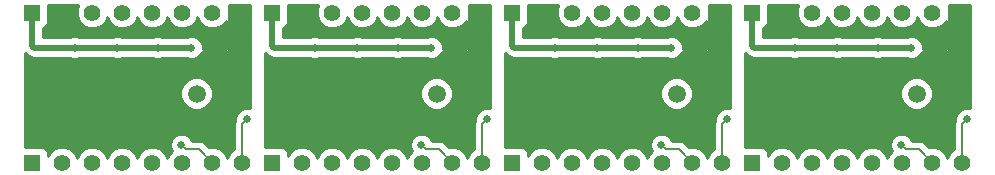
<source format=gbl>
G75*
G70*
%OFA0B0*%
%FSLAX25Y25*%
%IPPOS*%
%LPD*%
%AMOC8*
5,1,8,0,0,1.08239X$1,22.5*
%
%ADD10C,0.05500*%
%ADD11R,0.05500X0.05500*%
%ADD13C,0.01900*%
%ADD14C,0.00600*%
%ADD20C,0.01000*%
%ADD25R,0.05710X0.05910*%
%ADD30C,0.05910*%
%ADD34C,0.02500*%
X0010000Y0010000D02*
G01*
D14*
D11*
X0015000Y0065000D03*
D10*
X0025000Y0065000D03*
X0035000Y0065000D03*
X0045000Y0065000D03*
X0055000Y0065000D03*
X0065000Y0065000D03*
X0075000Y0065000D03*
X0085000Y0065000D03*
D11*
X0015000Y0015000D03*
D10*
X0025000Y0015000D03*
X0035000Y0015000D03*
X0045000Y0015000D03*
X0055000Y0015000D03*
X0065000Y0015000D03*
X0075000Y0015000D03*
X0085000Y0015000D03*
D25*
X0055710Y0034040D03*
X0050000Y0034040D03*
X0044290Y0034040D03*
X0044290Y0039950D03*
X0050000Y0039950D03*
X0055710Y0039950D03*
D30*
X0069750Y0038000D03*
D34*
X0086400Y0029400D03*
X0064700Y0020900D03*
X0056800Y0053300D03*
X0029100Y0053300D03*
X0043300Y0053300D03*
X0068000Y0053300D03*
X0080700Y0045200D03*
X0068000Y0058000D03*
D14*
X0086400Y0029400D02*
X0085000Y0028000D01*
X0085000Y0015000D02*
X0085000Y0028000D01*
X0070500Y0019500D02*
X0075000Y0015000D01*
X0066100Y0019500D02*
X0070500Y0019500D01*
X0064700Y0020900D02*
X0066100Y0019500D01*
D13*
X0020800Y0053300D02*
X0015700Y0053300D01*
X0056800Y0053300D02*
X0068000Y0053300D01*
X0043300Y0053300D02*
X0043300Y0053300D01*
X0031300Y0053300D02*
X0029100Y0053300D01*
X0015700Y0053300D02*
X0015000Y0054000D01*
X0029100Y0053300D02*
X0020800Y0053300D01*
X0043300Y0053300D02*
X0031300Y0053300D01*
X0029100Y0053300D02*
X0029100Y0053300D01*
X0015000Y0054000D02*
X0015000Y0065000D01*
X0043300Y0053300D02*
X0056700Y0053300D01*
X0015000Y0062500D02*
X0015000Y0065000D01*
X0056700Y0053300D02*
X0056800Y0053300D01*
D14*
G36*
X0087400Y0033050D02*
X0087150Y0033150D01*
X0085660Y0033150D01*
X0084280Y0032580D01*
X0083230Y0031530D01*
X0082650Y0030150D01*
X0082650Y0029430D01*
X0082410Y0029070D01*
X0082200Y0028000D01*
X0082200Y0019530D01*
X0082030Y0019450D01*
X0080550Y0017980D01*
X0079990Y0016650D01*
X0079450Y0017970D01*
X0077980Y0019450D01*
X0076050Y0020250D01*
X0075190Y0020250D01*
X0075190Y0036920D01*
X0075190Y0039080D01*
X0074360Y0041080D01*
X0072830Y0042610D01*
X0070830Y0043440D01*
X0068670Y0043440D01*
X0066670Y0042610D01*
X0065140Y0041080D01*
X0064310Y0039080D01*
X0064310Y0036920D01*
X0065140Y0034920D01*
X0066670Y0033390D01*
X0068670Y0032560D01*
X0070830Y0032560D01*
X0072830Y0033390D01*
X0074360Y0034920D01*
X0075190Y0036920D01*
X0075190Y0020250D01*
X0073960Y0020250D01*
X0073780Y0020180D01*
X0072480Y0021480D01*
X0071570Y0022090D01*
X0070500Y0022300D01*
X0068170Y0022300D01*
X0067880Y0023020D01*
X0066830Y0024070D01*
X0065450Y0024650D01*
X0063960Y0024650D01*
X0062580Y0024080D01*
X0061530Y0023030D01*
X0060950Y0021650D01*
X0060950Y0020160D01*
X0061470Y0018900D01*
X0060550Y0017980D01*
X0059990Y0016650D01*
X0059450Y0017970D01*
X0057980Y0019450D01*
X0056050Y0020250D01*
X0053960Y0020250D01*
X0052030Y0019450D01*
X0050550Y0017980D01*
X0049990Y0016650D01*
X0049450Y0017970D01*
X0047980Y0019450D01*
X0046050Y0020250D01*
X0043960Y0020250D01*
X0042030Y0019450D01*
X0040550Y0017980D01*
X0039990Y0016650D01*
X0039450Y0017970D01*
X0037980Y0019450D01*
X0036050Y0020250D01*
X0033960Y0020250D01*
X0032030Y0019450D01*
X0030550Y0017980D01*
X0029990Y0016650D01*
X0029450Y0017970D01*
X0027980Y0019450D01*
X0026050Y0020250D01*
X0023960Y0020250D01*
X0022030Y0019450D01*
X0020550Y0017980D01*
X0020240Y0017240D01*
X0020240Y0018240D01*
X0019860Y0019160D01*
X0019160Y0019860D01*
X0018250Y0020240D01*
X0017260Y0020240D01*
X0012600Y0020240D01*
X0012600Y0051520D01*
X0013250Y0050870D01*
X0013260Y0050860D01*
X0014370Y0050120D01*
X0014380Y0050110D01*
X0015690Y0049860D01*
X0015700Y0049850D01*
X0020800Y0049850D01*
X0027630Y0049850D01*
X0028350Y0049550D01*
X0029840Y0049550D01*
X0030560Y0049850D01*
X0031300Y0049850D01*
X0041830Y0049850D01*
X0042550Y0049550D01*
X0044040Y0049550D01*
X0044760Y0049850D01*
X0055330Y0049850D01*
X0056050Y0049550D01*
X0057540Y0049550D01*
X0058260Y0049850D01*
X0066530Y0049850D01*
X0067250Y0049550D01*
X0068740Y0049550D01*
X0070120Y0050120D01*
X0071170Y0051170D01*
X0071510Y0052000D01*
X0080500Y0052000D01*
X0080500Y0067400D01*
X0087400Y0067400D01*
X0087400Y0033050D01*
X0087400Y0033050D01*
G37*
D20*
X0087400Y0033050D02*
X0087150Y0033150D01*
X0085660Y0033150D01*
X0084280Y0032580D01*
X0083230Y0031530D01*
X0082650Y0030150D01*
X0082650Y0029430D01*
X0082410Y0029070D01*
X0082200Y0028000D01*
X0082200Y0019530D01*
X0082030Y0019450D01*
X0080550Y0017980D01*
X0079990Y0016650D01*
X0079450Y0017970D01*
X0077980Y0019450D01*
X0076050Y0020250D01*
X0075190Y0020250D01*
X0075190Y0036920D01*
X0075190Y0039080D01*
X0074360Y0041080D01*
X0072830Y0042610D01*
X0070830Y0043440D01*
X0068670Y0043440D01*
X0066670Y0042610D01*
X0065140Y0041080D01*
X0064310Y0039080D01*
X0064310Y0036920D01*
X0065140Y0034920D01*
X0066670Y0033390D01*
X0068670Y0032560D01*
X0070830Y0032560D01*
X0072830Y0033390D01*
X0074360Y0034920D01*
X0075190Y0036920D01*
X0075190Y0020250D01*
X0073960Y0020250D01*
X0073780Y0020180D01*
X0072480Y0021480D01*
X0071570Y0022090D01*
X0070500Y0022300D01*
X0068170Y0022300D01*
X0067880Y0023020D01*
X0066830Y0024070D01*
X0065450Y0024650D01*
X0063960Y0024650D01*
X0062580Y0024080D01*
X0061530Y0023030D01*
X0060950Y0021650D01*
X0060950Y0020160D01*
X0061470Y0018900D01*
X0060550Y0017980D01*
X0059990Y0016650D01*
X0059450Y0017970D01*
X0057980Y0019450D01*
X0056050Y0020250D01*
X0053960Y0020250D01*
X0052030Y0019450D01*
X0050550Y0017980D01*
X0049990Y0016650D01*
X0049450Y0017970D01*
X0047980Y0019450D01*
X0046050Y0020250D01*
X0043960Y0020250D01*
X0042030Y0019450D01*
X0040550Y0017980D01*
X0039990Y0016650D01*
X0039450Y0017970D01*
X0037980Y0019450D01*
X0036050Y0020250D01*
X0033960Y0020250D01*
X0032030Y0019450D01*
X0030550Y0017980D01*
X0029990Y0016650D01*
X0029450Y0017970D01*
X0027980Y0019450D01*
X0026050Y0020250D01*
X0023960Y0020250D01*
X0022030Y0019450D01*
X0020550Y0017980D01*
X0020240Y0017240D01*
X0020240Y0018240D01*
X0019860Y0019160D01*
X0019160Y0019860D01*
X0018250Y0020240D01*
X0017260Y0020240D01*
X0012600Y0020240D01*
X0012600Y0051520D01*
X0013250Y0050870D01*
X0013260Y0050860D01*
X0014370Y0050120D01*
X0014380Y0050110D01*
X0015690Y0049860D01*
X0015700Y0049850D01*
X0020800Y0049850D01*
X0027630Y0049850D01*
X0028350Y0049550D01*
X0029840Y0049550D01*
X0030560Y0049850D01*
X0031300Y0049850D01*
X0041830Y0049850D01*
X0042550Y0049550D01*
X0044040Y0049550D01*
X0044760Y0049850D01*
X0055330Y0049850D01*
X0056050Y0049550D01*
X0057540Y0049550D01*
X0058260Y0049850D01*
X0066530Y0049850D01*
X0067250Y0049550D01*
X0068740Y0049550D01*
X0070120Y0050120D01*
X0071170Y0051170D01*
X0071510Y0052000D01*
X0080500Y0052000D01*
X0080500Y0067400D01*
X0087400Y0067400D01*
X0087400Y0033050D01*
D14*
G36*
X0079500Y0053000D02*
X0071750Y0053000D01*
X0071750Y0054040D01*
X0071180Y0055420D01*
X0070130Y0056470D01*
X0068750Y0057050D01*
X0067260Y0057050D01*
X0066530Y0056750D01*
X0058260Y0056750D01*
X0057550Y0057050D01*
X0056060Y0057050D01*
X0055330Y0056750D01*
X0044760Y0056750D01*
X0044050Y0057050D01*
X0042560Y0057050D01*
X0041830Y0056750D01*
X0031300Y0056750D01*
X0030560Y0056750D01*
X0029850Y0057050D01*
X0028360Y0057050D01*
X0027630Y0056750D01*
X0020800Y0056750D01*
X0018450Y0056750D01*
X0018450Y0059850D01*
X0019160Y0060140D01*
X0019860Y0060840D01*
X0020240Y0061750D01*
X0020240Y0062740D01*
X0020240Y0067400D01*
X0030300Y0067400D01*
X0029750Y0066050D01*
X0029750Y0063960D01*
X0030550Y0062030D01*
X0032020Y0060550D01*
X0033950Y0059750D01*
X0036040Y0059750D01*
X0037970Y0060550D01*
X0039450Y0062020D01*
X0040000Y0063360D01*
X0040550Y0062030D01*
X0042020Y0060550D01*
X0043950Y0059750D01*
X0046040Y0059750D01*
X0047970Y0060550D01*
X0049450Y0062020D01*
X0050000Y0063360D01*
X0050550Y0062030D01*
X0052020Y0060550D01*
X0053950Y0059750D01*
X0056040Y0059750D01*
X0057970Y0060550D01*
X0059450Y0062020D01*
X0060000Y0063360D01*
X0060550Y0062030D01*
X0062020Y0060550D01*
X0063950Y0059750D01*
X0066040Y0059750D01*
X0067970Y0060550D01*
X0069450Y0062020D01*
X0070000Y0063360D01*
X0070550Y0062030D01*
X0072020Y0060550D01*
X0073950Y0059750D01*
X0076040Y0059750D01*
X0077970Y0060550D01*
X0079450Y0062020D01*
X0079500Y0062150D01*
X0079500Y0053000D01*
X0079500Y0053000D01*
G37*
D20*
X0079500Y0053000D02*
X0071750Y0053000D01*
X0071750Y0054040D01*
X0071180Y0055420D01*
X0070130Y0056470D01*
X0068750Y0057050D01*
X0067260Y0057050D01*
X0066530Y0056750D01*
X0058260Y0056750D01*
X0057550Y0057050D01*
X0056060Y0057050D01*
X0055330Y0056750D01*
X0044760Y0056750D01*
X0044050Y0057050D01*
X0042560Y0057050D01*
X0041830Y0056750D01*
X0031300Y0056750D01*
X0030560Y0056750D01*
X0029850Y0057050D01*
X0028360Y0057050D01*
X0027630Y0056750D01*
X0020800Y0056750D01*
X0018450Y0056750D01*
X0018450Y0059850D01*
X0019160Y0060140D01*
X0019860Y0060840D01*
X0020240Y0061750D01*
X0020240Y0062740D01*
X0020240Y0067400D01*
X0030300Y0067400D01*
X0029750Y0066050D01*
X0029750Y0063960D01*
X0030550Y0062030D01*
X0032020Y0060550D01*
X0033950Y0059750D01*
X0036040Y0059750D01*
X0037970Y0060550D01*
X0039450Y0062020D01*
X0040000Y0063360D01*
X0040550Y0062030D01*
X0042020Y0060550D01*
X0043950Y0059750D01*
X0046040Y0059750D01*
X0047970Y0060550D01*
X0049450Y0062020D01*
X0050000Y0063360D01*
X0050550Y0062030D01*
X0052020Y0060550D01*
X0053950Y0059750D01*
X0056040Y0059750D01*
X0057970Y0060550D01*
X0059450Y0062020D01*
X0060000Y0063360D01*
X0060550Y0062030D01*
X0062020Y0060550D01*
X0063950Y0059750D01*
X0066040Y0059750D01*
X0067970Y0060550D01*
X0069450Y0062020D01*
X0070000Y0063360D01*
X0070550Y0062030D01*
X0072020Y0060550D01*
X0073950Y0059750D01*
X0076040Y0059750D01*
X0077970Y0060550D01*
X0079450Y0062020D01*
X0079500Y0062150D01*
X0079500Y0053000D01*
X0090000Y0010000D02*
G01*
D14*
D11*
X0095000Y0065000D03*
D10*
X0105000Y0065000D03*
X0115000Y0065000D03*
X0125000Y0065000D03*
X0135000Y0065000D03*
X0145000Y0065000D03*
X0155000Y0065000D03*
X0165000Y0065000D03*
D11*
X0095000Y0015000D03*
D10*
X0105000Y0015000D03*
X0115000Y0015000D03*
X0125000Y0015000D03*
X0135000Y0015000D03*
X0145000Y0015000D03*
X0155000Y0015000D03*
X0165000Y0015000D03*
D25*
X0135710Y0034040D03*
X0130000Y0034040D03*
X0124290Y0034040D03*
X0124290Y0039950D03*
X0130000Y0039950D03*
X0135710Y0039950D03*
D30*
X0149750Y0038000D03*
D34*
X0166400Y0029400D03*
X0144700Y0020900D03*
X0136800Y0053300D03*
X0109100Y0053300D03*
X0123300Y0053300D03*
X0148000Y0053300D03*
X0160700Y0045200D03*
X0148000Y0058000D03*
D14*
X0166400Y0029400D02*
X0165000Y0028000D01*
X0165000Y0015000D02*
X0165000Y0028000D01*
X0150500Y0019500D02*
X0155000Y0015000D01*
X0146100Y0019500D02*
X0150500Y0019500D01*
X0144700Y0020900D02*
X0146100Y0019500D01*
D13*
X0100800Y0053300D02*
X0095700Y0053300D01*
X0136800Y0053300D02*
X0148000Y0053300D01*
X0123300Y0053300D02*
X0123300Y0053300D01*
X0111300Y0053300D02*
X0109100Y0053300D01*
X0095700Y0053300D02*
X0095000Y0054000D01*
X0109100Y0053300D02*
X0100800Y0053300D01*
X0123300Y0053300D02*
X0111300Y0053300D01*
X0109100Y0053300D02*
X0109100Y0053300D01*
X0095000Y0054000D02*
X0095000Y0065000D01*
X0123300Y0053300D02*
X0136700Y0053300D01*
X0095000Y0062500D02*
X0095000Y0065000D01*
X0136700Y0053300D02*
X0136800Y0053300D01*
D14*
G36*
X0167400Y0033050D02*
X0167150Y0033150D01*
X0165660Y0033150D01*
X0164280Y0032580D01*
X0163230Y0031530D01*
X0162650Y0030150D01*
X0162650Y0029430D01*
X0162410Y0029070D01*
X0162200Y0028000D01*
X0162200Y0019530D01*
X0162030Y0019450D01*
X0160550Y0017980D01*
X0159990Y0016650D01*
X0159450Y0017970D01*
X0157980Y0019450D01*
X0156050Y0020250D01*
X0155190Y0020250D01*
X0155190Y0036920D01*
X0155190Y0039080D01*
X0154360Y0041080D01*
X0152830Y0042610D01*
X0150830Y0043440D01*
X0148670Y0043440D01*
X0146670Y0042610D01*
X0145140Y0041080D01*
X0144310Y0039080D01*
X0144310Y0036920D01*
X0145140Y0034920D01*
X0146670Y0033390D01*
X0148670Y0032560D01*
X0150830Y0032560D01*
X0152830Y0033390D01*
X0154360Y0034920D01*
X0155190Y0036920D01*
X0155190Y0020250D01*
X0153960Y0020250D01*
X0153780Y0020180D01*
X0152480Y0021480D01*
X0151570Y0022090D01*
X0150500Y0022300D01*
X0148170Y0022300D01*
X0147880Y0023020D01*
X0146830Y0024070D01*
X0145450Y0024650D01*
X0143960Y0024650D01*
X0142580Y0024080D01*
X0141530Y0023030D01*
X0140950Y0021650D01*
X0140950Y0020160D01*
X0141470Y0018900D01*
X0140550Y0017980D01*
X0139990Y0016650D01*
X0139450Y0017970D01*
X0137980Y0019450D01*
X0136050Y0020250D01*
X0133960Y0020250D01*
X0132030Y0019450D01*
X0130550Y0017980D01*
X0129990Y0016650D01*
X0129450Y0017970D01*
X0127980Y0019450D01*
X0126050Y0020250D01*
X0123960Y0020250D01*
X0122030Y0019450D01*
X0120550Y0017980D01*
X0119990Y0016650D01*
X0119450Y0017970D01*
X0117980Y0019450D01*
X0116050Y0020250D01*
X0113960Y0020250D01*
X0112030Y0019450D01*
X0110550Y0017980D01*
X0109990Y0016650D01*
X0109450Y0017970D01*
X0107980Y0019450D01*
X0106050Y0020250D01*
X0103960Y0020250D01*
X0102030Y0019450D01*
X0100550Y0017980D01*
X0100240Y0017240D01*
X0100240Y0018240D01*
X0099860Y0019160D01*
X0099160Y0019860D01*
X0098250Y0020240D01*
X0097260Y0020240D01*
X0092600Y0020240D01*
X0092600Y0051520D01*
X0093250Y0050870D01*
X0093260Y0050860D01*
X0094370Y0050120D01*
X0094380Y0050110D01*
X0095690Y0049860D01*
X0095700Y0049850D01*
X0100800Y0049850D01*
X0107630Y0049850D01*
X0108350Y0049550D01*
X0109840Y0049550D01*
X0110560Y0049850D01*
X0111300Y0049850D01*
X0121830Y0049850D01*
X0122550Y0049550D01*
X0124040Y0049550D01*
X0124760Y0049850D01*
X0135330Y0049850D01*
X0136050Y0049550D01*
X0137540Y0049550D01*
X0138260Y0049850D01*
X0146530Y0049850D01*
X0147250Y0049550D01*
X0148740Y0049550D01*
X0150120Y0050120D01*
X0151170Y0051170D01*
X0151510Y0052000D01*
X0160500Y0052000D01*
X0160500Y0067400D01*
X0167400Y0067400D01*
X0167400Y0033050D01*
X0167400Y0033050D01*
G37*
D20*
X0167400Y0033050D02*
X0167150Y0033150D01*
X0165660Y0033150D01*
X0164280Y0032580D01*
X0163230Y0031530D01*
X0162650Y0030150D01*
X0162650Y0029430D01*
X0162410Y0029070D01*
X0162200Y0028000D01*
X0162200Y0019530D01*
X0162030Y0019450D01*
X0160550Y0017980D01*
X0159990Y0016650D01*
X0159450Y0017970D01*
X0157980Y0019450D01*
X0156050Y0020250D01*
X0155190Y0020250D01*
X0155190Y0036920D01*
X0155190Y0039080D01*
X0154360Y0041080D01*
X0152830Y0042610D01*
X0150830Y0043440D01*
X0148670Y0043440D01*
X0146670Y0042610D01*
X0145140Y0041080D01*
X0144310Y0039080D01*
X0144310Y0036920D01*
X0145140Y0034920D01*
X0146670Y0033390D01*
X0148670Y0032560D01*
X0150830Y0032560D01*
X0152830Y0033390D01*
X0154360Y0034920D01*
X0155190Y0036920D01*
X0155190Y0020250D01*
X0153960Y0020250D01*
X0153780Y0020180D01*
X0152480Y0021480D01*
X0151570Y0022090D01*
X0150500Y0022300D01*
X0148170Y0022300D01*
X0147880Y0023020D01*
X0146830Y0024070D01*
X0145450Y0024650D01*
X0143960Y0024650D01*
X0142580Y0024080D01*
X0141530Y0023030D01*
X0140950Y0021650D01*
X0140950Y0020160D01*
X0141470Y0018900D01*
X0140550Y0017980D01*
X0139990Y0016650D01*
X0139450Y0017970D01*
X0137980Y0019450D01*
X0136050Y0020250D01*
X0133960Y0020250D01*
X0132030Y0019450D01*
X0130550Y0017980D01*
X0129990Y0016650D01*
X0129450Y0017970D01*
X0127980Y0019450D01*
X0126050Y0020250D01*
X0123960Y0020250D01*
X0122030Y0019450D01*
X0120550Y0017980D01*
X0119990Y0016650D01*
X0119450Y0017970D01*
X0117980Y0019450D01*
X0116050Y0020250D01*
X0113960Y0020250D01*
X0112030Y0019450D01*
X0110550Y0017980D01*
X0109990Y0016650D01*
X0109450Y0017970D01*
X0107980Y0019450D01*
X0106050Y0020250D01*
X0103960Y0020250D01*
X0102030Y0019450D01*
X0100550Y0017980D01*
X0100240Y0017240D01*
X0100240Y0018240D01*
X0099860Y0019160D01*
X0099160Y0019860D01*
X0098250Y0020240D01*
X0097260Y0020240D01*
X0092600Y0020240D01*
X0092600Y0051520D01*
X0093250Y0050870D01*
X0093260Y0050860D01*
X0094370Y0050120D01*
X0094380Y0050110D01*
X0095690Y0049860D01*
X0095700Y0049850D01*
X0100800Y0049850D01*
X0107630Y0049850D01*
X0108350Y0049550D01*
X0109840Y0049550D01*
X0110560Y0049850D01*
X0111300Y0049850D01*
X0121830Y0049850D01*
X0122550Y0049550D01*
X0124040Y0049550D01*
X0124760Y0049850D01*
X0135330Y0049850D01*
X0136050Y0049550D01*
X0137540Y0049550D01*
X0138260Y0049850D01*
X0146530Y0049850D01*
X0147250Y0049550D01*
X0148740Y0049550D01*
X0150120Y0050120D01*
X0151170Y0051170D01*
X0151510Y0052000D01*
X0160500Y0052000D01*
X0160500Y0067400D01*
X0167400Y0067400D01*
X0167400Y0033050D01*
D14*
G36*
X0159500Y0053000D02*
X0151750Y0053000D01*
X0151750Y0054040D01*
X0151180Y0055420D01*
X0150130Y0056470D01*
X0148750Y0057050D01*
X0147260Y0057050D01*
X0146530Y0056750D01*
X0138260Y0056750D01*
X0137550Y0057050D01*
X0136060Y0057050D01*
X0135330Y0056750D01*
X0124760Y0056750D01*
X0124050Y0057050D01*
X0122560Y0057050D01*
X0121830Y0056750D01*
X0111300Y0056750D01*
X0110560Y0056750D01*
X0109850Y0057050D01*
X0108360Y0057050D01*
X0107630Y0056750D01*
X0100800Y0056750D01*
X0098450Y0056750D01*
X0098450Y0059850D01*
X0099160Y0060140D01*
X0099860Y0060840D01*
X0100240Y0061750D01*
X0100240Y0062740D01*
X0100240Y0067400D01*
X0110300Y0067400D01*
X0109750Y0066050D01*
X0109750Y0063960D01*
X0110550Y0062030D01*
X0112020Y0060550D01*
X0113950Y0059750D01*
X0116040Y0059750D01*
X0117970Y0060550D01*
X0119450Y0062020D01*
X0120000Y0063360D01*
X0120550Y0062030D01*
X0122020Y0060550D01*
X0123950Y0059750D01*
X0126040Y0059750D01*
X0127970Y0060550D01*
X0129450Y0062020D01*
X0130000Y0063360D01*
X0130550Y0062030D01*
X0132020Y0060550D01*
X0133950Y0059750D01*
X0136040Y0059750D01*
X0137970Y0060550D01*
X0139450Y0062020D01*
X0140000Y0063360D01*
X0140550Y0062030D01*
X0142020Y0060550D01*
X0143950Y0059750D01*
X0146040Y0059750D01*
X0147970Y0060550D01*
X0149450Y0062020D01*
X0150000Y0063360D01*
X0150550Y0062030D01*
X0152020Y0060550D01*
X0153950Y0059750D01*
X0156040Y0059750D01*
X0157970Y0060550D01*
X0159450Y0062020D01*
X0159500Y0062150D01*
X0159500Y0053000D01*
X0159500Y0053000D01*
G37*
D20*
X0159500Y0053000D02*
X0151750Y0053000D01*
X0151750Y0054040D01*
X0151180Y0055420D01*
X0150130Y0056470D01*
X0148750Y0057050D01*
X0147260Y0057050D01*
X0146530Y0056750D01*
X0138260Y0056750D01*
X0137550Y0057050D01*
X0136060Y0057050D01*
X0135330Y0056750D01*
X0124760Y0056750D01*
X0124050Y0057050D01*
X0122560Y0057050D01*
X0121830Y0056750D01*
X0111300Y0056750D01*
X0110560Y0056750D01*
X0109850Y0057050D01*
X0108360Y0057050D01*
X0107630Y0056750D01*
X0100800Y0056750D01*
X0098450Y0056750D01*
X0098450Y0059850D01*
X0099160Y0060140D01*
X0099860Y0060840D01*
X0100240Y0061750D01*
X0100240Y0062740D01*
X0100240Y0067400D01*
X0110300Y0067400D01*
X0109750Y0066050D01*
X0109750Y0063960D01*
X0110550Y0062030D01*
X0112020Y0060550D01*
X0113950Y0059750D01*
X0116040Y0059750D01*
X0117970Y0060550D01*
X0119450Y0062020D01*
X0120000Y0063360D01*
X0120550Y0062030D01*
X0122020Y0060550D01*
X0123950Y0059750D01*
X0126040Y0059750D01*
X0127970Y0060550D01*
X0129450Y0062020D01*
X0130000Y0063360D01*
X0130550Y0062030D01*
X0132020Y0060550D01*
X0133950Y0059750D01*
X0136040Y0059750D01*
X0137970Y0060550D01*
X0139450Y0062020D01*
X0140000Y0063360D01*
X0140550Y0062030D01*
X0142020Y0060550D01*
X0143950Y0059750D01*
X0146040Y0059750D01*
X0147970Y0060550D01*
X0149450Y0062020D01*
X0150000Y0063360D01*
X0150550Y0062030D01*
X0152020Y0060550D01*
X0153950Y0059750D01*
X0156040Y0059750D01*
X0157970Y0060550D01*
X0159450Y0062020D01*
X0159500Y0062150D01*
X0159500Y0053000D01*
X0170000Y0010000D02*
G01*
D14*
D11*
X0175000Y0065000D03*
D10*
X0185000Y0065000D03*
X0195000Y0065000D03*
X0205000Y0065000D03*
X0215000Y0065000D03*
X0225000Y0065000D03*
X0235000Y0065000D03*
X0245000Y0065000D03*
D11*
X0175000Y0015000D03*
D10*
X0185000Y0015000D03*
X0195000Y0015000D03*
X0205000Y0015000D03*
X0215000Y0015000D03*
X0225000Y0015000D03*
X0235000Y0015000D03*
X0245000Y0015000D03*
D25*
X0215710Y0034040D03*
X0210000Y0034040D03*
X0204290Y0034040D03*
X0204290Y0039950D03*
X0210000Y0039950D03*
X0215710Y0039950D03*
D30*
X0229750Y0038000D03*
D34*
X0246400Y0029400D03*
X0224700Y0020900D03*
X0216800Y0053300D03*
X0189100Y0053300D03*
X0203300Y0053300D03*
X0228000Y0053300D03*
X0240700Y0045200D03*
X0228000Y0058000D03*
D14*
X0246400Y0029400D02*
X0245000Y0028000D01*
X0245000Y0015000D02*
X0245000Y0028000D01*
X0230500Y0019500D02*
X0235000Y0015000D01*
X0226100Y0019500D02*
X0230500Y0019500D01*
X0224700Y0020900D02*
X0226100Y0019500D01*
D13*
X0180800Y0053300D02*
X0175700Y0053300D01*
X0216800Y0053300D02*
X0228000Y0053300D01*
X0203300Y0053300D02*
X0203300Y0053300D01*
X0191300Y0053300D02*
X0189100Y0053300D01*
X0175700Y0053300D02*
X0175000Y0054000D01*
X0189100Y0053300D02*
X0180800Y0053300D01*
X0203300Y0053300D02*
X0191300Y0053300D01*
X0189100Y0053300D02*
X0189100Y0053300D01*
X0175000Y0054000D02*
X0175000Y0065000D01*
X0203300Y0053300D02*
X0216700Y0053300D01*
X0175000Y0062500D02*
X0175000Y0065000D01*
X0216700Y0053300D02*
X0216800Y0053300D01*
D14*
G36*
X0247400Y0033050D02*
X0247150Y0033150D01*
X0245660Y0033150D01*
X0244280Y0032580D01*
X0243230Y0031530D01*
X0242650Y0030150D01*
X0242650Y0029430D01*
X0242410Y0029070D01*
X0242200Y0028000D01*
X0242200Y0019530D01*
X0242030Y0019450D01*
X0240550Y0017980D01*
X0239990Y0016650D01*
X0239450Y0017970D01*
X0237980Y0019450D01*
X0236050Y0020250D01*
X0235190Y0020250D01*
X0235190Y0036920D01*
X0235190Y0039080D01*
X0234360Y0041080D01*
X0232830Y0042610D01*
X0230830Y0043440D01*
X0228670Y0043440D01*
X0226670Y0042610D01*
X0225140Y0041080D01*
X0224310Y0039080D01*
X0224310Y0036920D01*
X0225140Y0034920D01*
X0226670Y0033390D01*
X0228670Y0032560D01*
X0230830Y0032560D01*
X0232830Y0033390D01*
X0234360Y0034920D01*
X0235190Y0036920D01*
X0235190Y0020250D01*
X0233960Y0020250D01*
X0233780Y0020180D01*
X0232480Y0021480D01*
X0231570Y0022090D01*
X0230500Y0022300D01*
X0228170Y0022300D01*
X0227880Y0023020D01*
X0226830Y0024070D01*
X0225450Y0024650D01*
X0223960Y0024650D01*
X0222580Y0024080D01*
X0221530Y0023030D01*
X0220950Y0021650D01*
X0220950Y0020160D01*
X0221470Y0018900D01*
X0220550Y0017980D01*
X0219990Y0016650D01*
X0219450Y0017970D01*
X0217980Y0019450D01*
X0216050Y0020250D01*
X0213960Y0020250D01*
X0212030Y0019450D01*
X0210550Y0017980D01*
X0209990Y0016650D01*
X0209450Y0017970D01*
X0207980Y0019450D01*
X0206050Y0020250D01*
X0203960Y0020250D01*
X0202030Y0019450D01*
X0200550Y0017980D01*
X0199990Y0016650D01*
X0199450Y0017970D01*
X0197980Y0019450D01*
X0196050Y0020250D01*
X0193960Y0020250D01*
X0192030Y0019450D01*
X0190550Y0017980D01*
X0189990Y0016650D01*
X0189450Y0017970D01*
X0187980Y0019450D01*
X0186050Y0020250D01*
X0183960Y0020250D01*
X0182030Y0019450D01*
X0180550Y0017980D01*
X0180240Y0017240D01*
X0180240Y0018240D01*
X0179860Y0019160D01*
X0179160Y0019860D01*
X0178250Y0020240D01*
X0177260Y0020240D01*
X0172600Y0020240D01*
X0172600Y0051520D01*
X0173250Y0050870D01*
X0173260Y0050860D01*
X0174370Y0050120D01*
X0174380Y0050110D01*
X0175690Y0049860D01*
X0175700Y0049850D01*
X0180800Y0049850D01*
X0187630Y0049850D01*
X0188350Y0049550D01*
X0189840Y0049550D01*
X0190560Y0049850D01*
X0191300Y0049850D01*
X0201830Y0049850D01*
X0202550Y0049550D01*
X0204040Y0049550D01*
X0204760Y0049850D01*
X0215330Y0049850D01*
X0216050Y0049550D01*
X0217540Y0049550D01*
X0218260Y0049850D01*
X0226530Y0049850D01*
X0227250Y0049550D01*
X0228740Y0049550D01*
X0230120Y0050120D01*
X0231170Y0051170D01*
X0231510Y0052000D01*
X0240500Y0052000D01*
X0240500Y0067400D01*
X0247400Y0067400D01*
X0247400Y0033050D01*
X0247400Y0033050D01*
G37*
D20*
X0247400Y0033050D02*
X0247150Y0033150D01*
X0245660Y0033150D01*
X0244280Y0032580D01*
X0243230Y0031530D01*
X0242650Y0030150D01*
X0242650Y0029430D01*
X0242410Y0029070D01*
X0242200Y0028000D01*
X0242200Y0019530D01*
X0242030Y0019450D01*
X0240550Y0017980D01*
X0239990Y0016650D01*
X0239450Y0017970D01*
X0237980Y0019450D01*
X0236050Y0020250D01*
X0235190Y0020250D01*
X0235190Y0036920D01*
X0235190Y0039080D01*
X0234360Y0041080D01*
X0232830Y0042610D01*
X0230830Y0043440D01*
X0228670Y0043440D01*
X0226670Y0042610D01*
X0225140Y0041080D01*
X0224310Y0039080D01*
X0224310Y0036920D01*
X0225140Y0034920D01*
X0226670Y0033390D01*
X0228670Y0032560D01*
X0230830Y0032560D01*
X0232830Y0033390D01*
X0234360Y0034920D01*
X0235190Y0036920D01*
X0235190Y0020250D01*
X0233960Y0020250D01*
X0233780Y0020180D01*
X0232480Y0021480D01*
X0231570Y0022090D01*
X0230500Y0022300D01*
X0228170Y0022300D01*
X0227880Y0023020D01*
X0226830Y0024070D01*
X0225450Y0024650D01*
X0223960Y0024650D01*
X0222580Y0024080D01*
X0221530Y0023030D01*
X0220950Y0021650D01*
X0220950Y0020160D01*
X0221470Y0018900D01*
X0220550Y0017980D01*
X0219990Y0016650D01*
X0219450Y0017970D01*
X0217980Y0019450D01*
X0216050Y0020250D01*
X0213960Y0020250D01*
X0212030Y0019450D01*
X0210550Y0017980D01*
X0209990Y0016650D01*
X0209450Y0017970D01*
X0207980Y0019450D01*
X0206050Y0020250D01*
X0203960Y0020250D01*
X0202030Y0019450D01*
X0200550Y0017980D01*
X0199990Y0016650D01*
X0199450Y0017970D01*
X0197980Y0019450D01*
X0196050Y0020250D01*
X0193960Y0020250D01*
X0192030Y0019450D01*
X0190550Y0017980D01*
X0189990Y0016650D01*
X0189450Y0017970D01*
X0187980Y0019450D01*
X0186050Y0020250D01*
X0183960Y0020250D01*
X0182030Y0019450D01*
X0180550Y0017980D01*
X0180240Y0017240D01*
X0180240Y0018240D01*
X0179860Y0019160D01*
X0179160Y0019860D01*
X0178250Y0020240D01*
X0177260Y0020240D01*
X0172600Y0020240D01*
X0172600Y0051520D01*
X0173250Y0050870D01*
X0173260Y0050860D01*
X0174370Y0050120D01*
X0174380Y0050110D01*
X0175690Y0049860D01*
X0175700Y0049850D01*
X0180800Y0049850D01*
X0187630Y0049850D01*
X0188350Y0049550D01*
X0189840Y0049550D01*
X0190560Y0049850D01*
X0191300Y0049850D01*
X0201830Y0049850D01*
X0202550Y0049550D01*
X0204040Y0049550D01*
X0204760Y0049850D01*
X0215330Y0049850D01*
X0216050Y0049550D01*
X0217540Y0049550D01*
X0218260Y0049850D01*
X0226530Y0049850D01*
X0227250Y0049550D01*
X0228740Y0049550D01*
X0230120Y0050120D01*
X0231170Y0051170D01*
X0231510Y0052000D01*
X0240500Y0052000D01*
X0240500Y0067400D01*
X0247400Y0067400D01*
X0247400Y0033050D01*
D14*
G36*
X0239500Y0053000D02*
X0231750Y0053000D01*
X0231750Y0054040D01*
X0231180Y0055420D01*
X0230130Y0056470D01*
X0228750Y0057050D01*
X0227260Y0057050D01*
X0226530Y0056750D01*
X0218260Y0056750D01*
X0217550Y0057050D01*
X0216060Y0057050D01*
X0215330Y0056750D01*
X0204760Y0056750D01*
X0204050Y0057050D01*
X0202560Y0057050D01*
X0201830Y0056750D01*
X0191300Y0056750D01*
X0190560Y0056750D01*
X0189850Y0057050D01*
X0188360Y0057050D01*
X0187630Y0056750D01*
X0180800Y0056750D01*
X0178450Y0056750D01*
X0178450Y0059850D01*
X0179160Y0060140D01*
X0179860Y0060840D01*
X0180240Y0061750D01*
X0180240Y0062740D01*
X0180240Y0067400D01*
X0190300Y0067400D01*
X0189750Y0066050D01*
X0189750Y0063960D01*
X0190550Y0062030D01*
X0192020Y0060550D01*
X0193950Y0059750D01*
X0196040Y0059750D01*
X0197970Y0060550D01*
X0199450Y0062020D01*
X0200000Y0063360D01*
X0200550Y0062030D01*
X0202020Y0060550D01*
X0203950Y0059750D01*
X0206040Y0059750D01*
X0207970Y0060550D01*
X0209450Y0062020D01*
X0210000Y0063360D01*
X0210550Y0062030D01*
X0212020Y0060550D01*
X0213950Y0059750D01*
X0216040Y0059750D01*
X0217970Y0060550D01*
X0219450Y0062020D01*
X0220000Y0063360D01*
X0220550Y0062030D01*
X0222020Y0060550D01*
X0223950Y0059750D01*
X0226040Y0059750D01*
X0227970Y0060550D01*
X0229450Y0062020D01*
X0230000Y0063360D01*
X0230550Y0062030D01*
X0232020Y0060550D01*
X0233950Y0059750D01*
X0236040Y0059750D01*
X0237970Y0060550D01*
X0239450Y0062020D01*
X0239500Y0062150D01*
X0239500Y0053000D01*
X0239500Y0053000D01*
G37*
D20*
X0239500Y0053000D02*
X0231750Y0053000D01*
X0231750Y0054040D01*
X0231180Y0055420D01*
X0230130Y0056470D01*
X0228750Y0057050D01*
X0227260Y0057050D01*
X0226530Y0056750D01*
X0218260Y0056750D01*
X0217550Y0057050D01*
X0216060Y0057050D01*
X0215330Y0056750D01*
X0204760Y0056750D01*
X0204050Y0057050D01*
X0202560Y0057050D01*
X0201830Y0056750D01*
X0191300Y0056750D01*
X0190560Y0056750D01*
X0189850Y0057050D01*
X0188360Y0057050D01*
X0187630Y0056750D01*
X0180800Y0056750D01*
X0178450Y0056750D01*
X0178450Y0059850D01*
X0179160Y0060140D01*
X0179860Y0060840D01*
X0180240Y0061750D01*
X0180240Y0062740D01*
X0180240Y0067400D01*
X0190300Y0067400D01*
X0189750Y0066050D01*
X0189750Y0063960D01*
X0190550Y0062030D01*
X0192020Y0060550D01*
X0193950Y0059750D01*
X0196040Y0059750D01*
X0197970Y0060550D01*
X0199450Y0062020D01*
X0200000Y0063360D01*
X0200550Y0062030D01*
X0202020Y0060550D01*
X0203950Y0059750D01*
X0206040Y0059750D01*
X0207970Y0060550D01*
X0209450Y0062020D01*
X0210000Y0063360D01*
X0210550Y0062030D01*
X0212020Y0060550D01*
X0213950Y0059750D01*
X0216040Y0059750D01*
X0217970Y0060550D01*
X0219450Y0062020D01*
X0220000Y0063360D01*
X0220550Y0062030D01*
X0222020Y0060550D01*
X0223950Y0059750D01*
X0226040Y0059750D01*
X0227970Y0060550D01*
X0229450Y0062020D01*
X0230000Y0063360D01*
X0230550Y0062030D01*
X0232020Y0060550D01*
X0233950Y0059750D01*
X0236040Y0059750D01*
X0237970Y0060550D01*
X0239450Y0062020D01*
X0239500Y0062150D01*
X0239500Y0053000D01*
X0250000Y0010000D02*
G01*
D14*
D11*
X0255000Y0065000D03*
D10*
X0265000Y0065000D03*
X0275000Y0065000D03*
X0285000Y0065000D03*
X0295000Y0065000D03*
X0305000Y0065000D03*
X0315000Y0065000D03*
X0325000Y0065000D03*
D11*
X0255000Y0015000D03*
D10*
X0265000Y0015000D03*
X0275000Y0015000D03*
X0285000Y0015000D03*
X0295000Y0015000D03*
X0305000Y0015000D03*
X0315000Y0015000D03*
X0325000Y0015000D03*
D25*
X0295710Y0034040D03*
X0290000Y0034040D03*
X0284290Y0034040D03*
X0284290Y0039950D03*
X0290000Y0039950D03*
X0295710Y0039950D03*
D30*
X0309750Y0038000D03*
D34*
X0326400Y0029400D03*
X0304700Y0020900D03*
X0296800Y0053300D03*
X0269100Y0053300D03*
X0283300Y0053300D03*
X0308000Y0053300D03*
X0320700Y0045200D03*
X0308000Y0058000D03*
D14*
X0326400Y0029400D02*
X0325000Y0028000D01*
X0325000Y0015000D02*
X0325000Y0028000D01*
X0310500Y0019500D02*
X0315000Y0015000D01*
X0306100Y0019500D02*
X0310500Y0019500D01*
X0304700Y0020900D02*
X0306100Y0019500D01*
D13*
X0260800Y0053300D02*
X0255700Y0053300D01*
X0296800Y0053300D02*
X0308000Y0053300D01*
X0283300Y0053300D02*
X0283300Y0053300D01*
X0271300Y0053300D02*
X0269100Y0053300D01*
X0255700Y0053300D02*
X0255000Y0054000D01*
X0269100Y0053300D02*
X0260800Y0053300D01*
X0283300Y0053300D02*
X0271300Y0053300D01*
X0269100Y0053300D02*
X0269100Y0053300D01*
X0255000Y0054000D02*
X0255000Y0065000D01*
X0283300Y0053300D02*
X0296700Y0053300D01*
X0255000Y0062500D02*
X0255000Y0065000D01*
X0296700Y0053300D02*
X0296800Y0053300D01*
D14*
G36*
X0327400Y0033050D02*
X0327150Y0033150D01*
X0325660Y0033150D01*
X0324280Y0032580D01*
X0323230Y0031530D01*
X0322650Y0030150D01*
X0322650Y0029430D01*
X0322410Y0029070D01*
X0322200Y0028000D01*
X0322200Y0019530D01*
X0322030Y0019450D01*
X0320550Y0017980D01*
X0319990Y0016650D01*
X0319450Y0017970D01*
X0317980Y0019450D01*
X0316050Y0020250D01*
X0315190Y0020250D01*
X0315190Y0036920D01*
X0315190Y0039080D01*
X0314360Y0041080D01*
X0312830Y0042610D01*
X0310830Y0043440D01*
X0308670Y0043440D01*
X0306670Y0042610D01*
X0305140Y0041080D01*
X0304310Y0039080D01*
X0304310Y0036920D01*
X0305140Y0034920D01*
X0306670Y0033390D01*
X0308670Y0032560D01*
X0310830Y0032560D01*
X0312830Y0033390D01*
X0314360Y0034920D01*
X0315190Y0036920D01*
X0315190Y0020250D01*
X0313960Y0020250D01*
X0313780Y0020180D01*
X0312480Y0021480D01*
X0311570Y0022090D01*
X0310500Y0022300D01*
X0308170Y0022300D01*
X0307880Y0023020D01*
X0306830Y0024070D01*
X0305450Y0024650D01*
X0303960Y0024650D01*
X0302580Y0024080D01*
X0301530Y0023030D01*
X0300950Y0021650D01*
X0300950Y0020160D01*
X0301470Y0018900D01*
X0300550Y0017980D01*
X0299990Y0016650D01*
X0299450Y0017970D01*
X0297980Y0019450D01*
X0296050Y0020250D01*
X0293960Y0020250D01*
X0292030Y0019450D01*
X0290550Y0017980D01*
X0289990Y0016650D01*
X0289450Y0017970D01*
X0287980Y0019450D01*
X0286050Y0020250D01*
X0283960Y0020250D01*
X0282030Y0019450D01*
X0280550Y0017980D01*
X0279990Y0016650D01*
X0279450Y0017970D01*
X0277980Y0019450D01*
X0276050Y0020250D01*
X0273960Y0020250D01*
X0272030Y0019450D01*
X0270550Y0017980D01*
X0269990Y0016650D01*
X0269450Y0017970D01*
X0267980Y0019450D01*
X0266050Y0020250D01*
X0263960Y0020250D01*
X0262030Y0019450D01*
X0260550Y0017980D01*
X0260240Y0017240D01*
X0260240Y0018240D01*
X0259860Y0019160D01*
X0259160Y0019860D01*
X0258250Y0020240D01*
X0257260Y0020240D01*
X0252600Y0020240D01*
X0252600Y0051520D01*
X0253250Y0050870D01*
X0253260Y0050860D01*
X0254370Y0050120D01*
X0254380Y0050110D01*
X0255690Y0049860D01*
X0255700Y0049850D01*
X0260800Y0049850D01*
X0267630Y0049850D01*
X0268350Y0049550D01*
X0269840Y0049550D01*
X0270560Y0049850D01*
X0271300Y0049850D01*
X0281830Y0049850D01*
X0282550Y0049550D01*
X0284040Y0049550D01*
X0284760Y0049850D01*
X0295330Y0049850D01*
X0296050Y0049550D01*
X0297540Y0049550D01*
X0298260Y0049850D01*
X0306530Y0049850D01*
X0307250Y0049550D01*
X0308740Y0049550D01*
X0310120Y0050120D01*
X0311170Y0051170D01*
X0311510Y0052000D01*
X0320500Y0052000D01*
X0320500Y0067400D01*
X0327400Y0067400D01*
X0327400Y0033050D01*
X0327400Y0033050D01*
G37*
D20*
X0327400Y0033050D02*
X0327150Y0033150D01*
X0325660Y0033150D01*
X0324280Y0032580D01*
X0323230Y0031530D01*
X0322650Y0030150D01*
X0322650Y0029430D01*
X0322410Y0029070D01*
X0322200Y0028000D01*
X0322200Y0019530D01*
X0322030Y0019450D01*
X0320550Y0017980D01*
X0319990Y0016650D01*
X0319450Y0017970D01*
X0317980Y0019450D01*
X0316050Y0020250D01*
X0315190Y0020250D01*
X0315190Y0036920D01*
X0315190Y0039080D01*
X0314360Y0041080D01*
X0312830Y0042610D01*
X0310830Y0043440D01*
X0308670Y0043440D01*
X0306670Y0042610D01*
X0305140Y0041080D01*
X0304310Y0039080D01*
X0304310Y0036920D01*
X0305140Y0034920D01*
X0306670Y0033390D01*
X0308670Y0032560D01*
X0310830Y0032560D01*
X0312830Y0033390D01*
X0314360Y0034920D01*
X0315190Y0036920D01*
X0315190Y0020250D01*
X0313960Y0020250D01*
X0313780Y0020180D01*
X0312480Y0021480D01*
X0311570Y0022090D01*
X0310500Y0022300D01*
X0308170Y0022300D01*
X0307880Y0023020D01*
X0306830Y0024070D01*
X0305450Y0024650D01*
X0303960Y0024650D01*
X0302580Y0024080D01*
X0301530Y0023030D01*
X0300950Y0021650D01*
X0300950Y0020160D01*
X0301470Y0018900D01*
X0300550Y0017980D01*
X0299990Y0016650D01*
X0299450Y0017970D01*
X0297980Y0019450D01*
X0296050Y0020250D01*
X0293960Y0020250D01*
X0292030Y0019450D01*
X0290550Y0017980D01*
X0289990Y0016650D01*
X0289450Y0017970D01*
X0287980Y0019450D01*
X0286050Y0020250D01*
X0283960Y0020250D01*
X0282030Y0019450D01*
X0280550Y0017980D01*
X0279990Y0016650D01*
X0279450Y0017970D01*
X0277980Y0019450D01*
X0276050Y0020250D01*
X0273960Y0020250D01*
X0272030Y0019450D01*
X0270550Y0017980D01*
X0269990Y0016650D01*
X0269450Y0017970D01*
X0267980Y0019450D01*
X0266050Y0020250D01*
X0263960Y0020250D01*
X0262030Y0019450D01*
X0260550Y0017980D01*
X0260240Y0017240D01*
X0260240Y0018240D01*
X0259860Y0019160D01*
X0259160Y0019860D01*
X0258250Y0020240D01*
X0257260Y0020240D01*
X0252600Y0020240D01*
X0252600Y0051520D01*
X0253250Y0050870D01*
X0253260Y0050860D01*
X0254370Y0050120D01*
X0254380Y0050110D01*
X0255690Y0049860D01*
X0255700Y0049850D01*
X0260800Y0049850D01*
X0267630Y0049850D01*
X0268350Y0049550D01*
X0269840Y0049550D01*
X0270560Y0049850D01*
X0271300Y0049850D01*
X0281830Y0049850D01*
X0282550Y0049550D01*
X0284040Y0049550D01*
X0284760Y0049850D01*
X0295330Y0049850D01*
X0296050Y0049550D01*
X0297540Y0049550D01*
X0298260Y0049850D01*
X0306530Y0049850D01*
X0307250Y0049550D01*
X0308740Y0049550D01*
X0310120Y0050120D01*
X0311170Y0051170D01*
X0311510Y0052000D01*
X0320500Y0052000D01*
X0320500Y0067400D01*
X0327400Y0067400D01*
X0327400Y0033050D01*
D14*
G36*
X0319500Y0053000D02*
X0311750Y0053000D01*
X0311750Y0054040D01*
X0311180Y0055420D01*
X0310130Y0056470D01*
X0308750Y0057050D01*
X0307260Y0057050D01*
X0306530Y0056750D01*
X0298260Y0056750D01*
X0297550Y0057050D01*
X0296060Y0057050D01*
X0295330Y0056750D01*
X0284760Y0056750D01*
X0284050Y0057050D01*
X0282560Y0057050D01*
X0281830Y0056750D01*
X0271300Y0056750D01*
X0270560Y0056750D01*
X0269850Y0057050D01*
X0268360Y0057050D01*
X0267630Y0056750D01*
X0260800Y0056750D01*
X0258450Y0056750D01*
X0258450Y0059850D01*
X0259160Y0060140D01*
X0259860Y0060840D01*
X0260240Y0061750D01*
X0260240Y0062740D01*
X0260240Y0067400D01*
X0270300Y0067400D01*
X0269750Y0066050D01*
X0269750Y0063960D01*
X0270550Y0062030D01*
X0272020Y0060550D01*
X0273950Y0059750D01*
X0276040Y0059750D01*
X0277970Y0060550D01*
X0279450Y0062020D01*
X0280000Y0063360D01*
X0280550Y0062030D01*
X0282020Y0060550D01*
X0283950Y0059750D01*
X0286040Y0059750D01*
X0287970Y0060550D01*
X0289450Y0062020D01*
X0290000Y0063360D01*
X0290550Y0062030D01*
X0292020Y0060550D01*
X0293950Y0059750D01*
X0296040Y0059750D01*
X0297970Y0060550D01*
X0299450Y0062020D01*
X0300000Y0063360D01*
X0300550Y0062030D01*
X0302020Y0060550D01*
X0303950Y0059750D01*
X0306040Y0059750D01*
X0307970Y0060550D01*
X0309450Y0062020D01*
X0310000Y0063360D01*
X0310550Y0062030D01*
X0312020Y0060550D01*
X0313950Y0059750D01*
X0316040Y0059750D01*
X0317970Y0060550D01*
X0319450Y0062020D01*
X0319500Y0062150D01*
X0319500Y0053000D01*
X0319500Y0053000D01*
G37*
D20*
X0319500Y0053000D02*
X0311750Y0053000D01*
X0311750Y0054040D01*
X0311180Y0055420D01*
X0310130Y0056470D01*
X0308750Y0057050D01*
X0307260Y0057050D01*
X0306530Y0056750D01*
X0298260Y0056750D01*
X0297550Y0057050D01*
X0296060Y0057050D01*
X0295330Y0056750D01*
X0284760Y0056750D01*
X0284050Y0057050D01*
X0282560Y0057050D01*
X0281830Y0056750D01*
X0271300Y0056750D01*
X0270560Y0056750D01*
X0269850Y0057050D01*
X0268360Y0057050D01*
X0267630Y0056750D01*
X0260800Y0056750D01*
X0258450Y0056750D01*
X0258450Y0059850D01*
X0259160Y0060140D01*
X0259860Y0060840D01*
X0260240Y0061750D01*
X0260240Y0062740D01*
X0260240Y0067400D01*
X0270300Y0067400D01*
X0269750Y0066050D01*
X0269750Y0063960D01*
X0270550Y0062030D01*
X0272020Y0060550D01*
X0273950Y0059750D01*
X0276040Y0059750D01*
X0277970Y0060550D01*
X0279450Y0062020D01*
X0280000Y0063360D01*
X0280550Y0062030D01*
X0282020Y0060550D01*
X0283950Y0059750D01*
X0286040Y0059750D01*
X0287970Y0060550D01*
X0289450Y0062020D01*
X0290000Y0063360D01*
X0290550Y0062030D01*
X0292020Y0060550D01*
X0293950Y0059750D01*
X0296040Y0059750D01*
X0297970Y0060550D01*
X0299450Y0062020D01*
X0300000Y0063360D01*
X0300550Y0062030D01*
X0302020Y0060550D01*
X0303950Y0059750D01*
X0306040Y0059750D01*
X0307970Y0060550D01*
X0309450Y0062020D01*
X0310000Y0063360D01*
X0310550Y0062030D01*
X0312020Y0060550D01*
X0313950Y0059750D01*
X0316040Y0059750D01*
X0317970Y0060550D01*
X0319450Y0062020D01*
X0319500Y0062150D01*
X0319500Y0053000D01*
M02*

</source>
